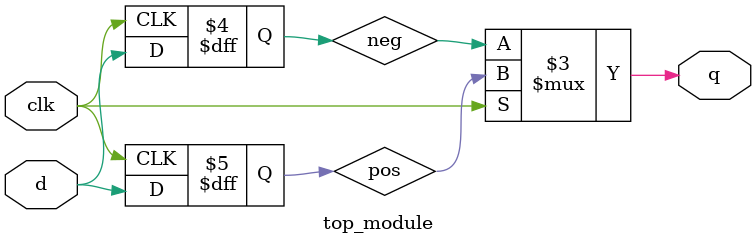
<source format=v>
module top_module (
    input clk,
    input d,
    output q
);
    reg pos,neg;
    always @ (posedge clk) begin
       pos <= d; 
    end
    
    always @ (negedge clk) begin
        neg <= d;
    end
    
    assign q = (clk) ? pos : neg;
endmodule


</source>
